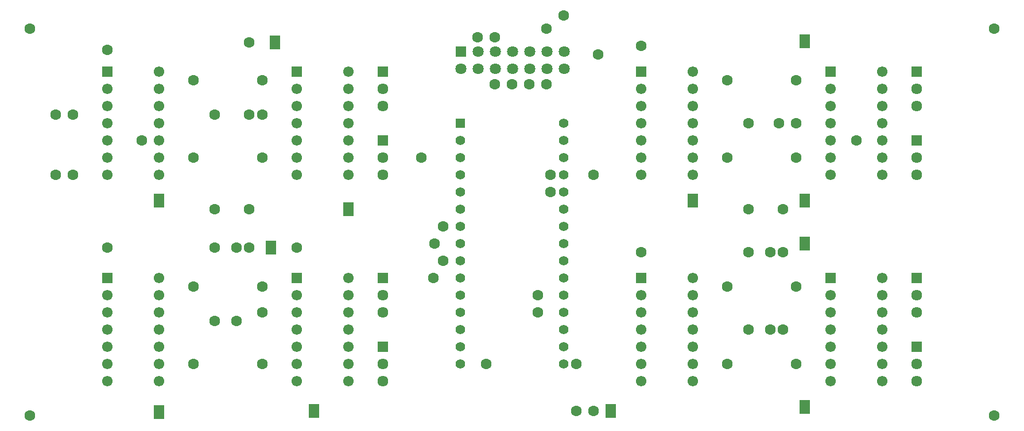
<source format=gts>
G04*
G04 #@! TF.GenerationSoftware,Altium Limited,Altium Designer,20.0.14 (345)*
G04*
G04 Layer_Color=8388736*
%FSLAX25Y25*%
%MOIN*%
G70*
G01*
G75*
%ADD14C,0.06109*%
%ADD15R,0.06109X0.06109*%
%ADD16R,0.06337X0.08274*%
%ADD17R,0.06337X0.06337*%
%ADD18C,0.06337*%
%ADD19C,0.06424*%
%ADD20R,0.06424X0.06424*%
%ADD21C,0.05567*%
%ADD22R,0.05567X0.05567*%
%ADD23C,0.06306*%
D14*
X400000Y184370D02*
D03*
Y194370D02*
D03*
Y204370D02*
D03*
Y214370D02*
D03*
Y224370D02*
D03*
Y234370D02*
D03*
Y244370D02*
D03*
X370000Y184370D02*
D03*
Y194370D02*
D03*
Y204370D02*
D03*
Y214370D02*
D03*
Y224370D02*
D03*
Y234370D02*
D03*
X400000Y64370D02*
D03*
Y74370D02*
D03*
Y84370D02*
D03*
Y94370D02*
D03*
Y104370D02*
D03*
Y114370D02*
D03*
Y124370D02*
D03*
X370000Y64370D02*
D03*
Y74370D02*
D03*
Y84370D02*
D03*
Y94370D02*
D03*
Y104370D02*
D03*
Y114370D02*
D03*
X510000Y64370D02*
D03*
Y74370D02*
D03*
Y84370D02*
D03*
Y94370D02*
D03*
Y104370D02*
D03*
Y114370D02*
D03*
Y124370D02*
D03*
X480000Y64370D02*
D03*
Y74370D02*
D03*
Y84370D02*
D03*
Y94370D02*
D03*
Y104370D02*
D03*
Y114370D02*
D03*
X90000Y64370D02*
D03*
Y74370D02*
D03*
Y84370D02*
D03*
Y94370D02*
D03*
Y104370D02*
D03*
Y114370D02*
D03*
Y124370D02*
D03*
X60000Y64370D02*
D03*
Y74370D02*
D03*
Y84370D02*
D03*
Y94370D02*
D03*
Y104370D02*
D03*
Y114370D02*
D03*
X200000Y64370D02*
D03*
Y74370D02*
D03*
Y84370D02*
D03*
Y94370D02*
D03*
Y104370D02*
D03*
Y114370D02*
D03*
Y124370D02*
D03*
X170000Y64370D02*
D03*
Y74370D02*
D03*
Y84370D02*
D03*
Y94370D02*
D03*
Y104370D02*
D03*
Y114370D02*
D03*
X510000Y184370D02*
D03*
Y194370D02*
D03*
Y204370D02*
D03*
Y214370D02*
D03*
Y224370D02*
D03*
Y234370D02*
D03*
Y244370D02*
D03*
X480000Y184370D02*
D03*
Y194370D02*
D03*
Y204370D02*
D03*
Y214370D02*
D03*
Y224370D02*
D03*
Y234370D02*
D03*
X170000D02*
D03*
Y224370D02*
D03*
Y214370D02*
D03*
Y204370D02*
D03*
Y194370D02*
D03*
Y184370D02*
D03*
X200000Y244370D02*
D03*
Y234370D02*
D03*
Y224370D02*
D03*
Y214370D02*
D03*
Y204370D02*
D03*
Y194370D02*
D03*
Y184370D02*
D03*
X60000Y234370D02*
D03*
Y224370D02*
D03*
Y214370D02*
D03*
Y204370D02*
D03*
Y194370D02*
D03*
Y184370D02*
D03*
X90000Y244370D02*
D03*
Y234370D02*
D03*
Y224370D02*
D03*
Y214370D02*
D03*
Y204370D02*
D03*
Y194370D02*
D03*
Y184370D02*
D03*
D15*
X370000Y244370D02*
D03*
Y124370D02*
D03*
X480000D02*
D03*
X60000D02*
D03*
X170000D02*
D03*
X480000Y244370D02*
D03*
X170000D02*
D03*
X60000D02*
D03*
D16*
X465000Y49370D02*
D03*
Y144370D02*
D03*
X352500Y46870D02*
D03*
X90000Y46240D02*
D03*
X155000Y141870D02*
D03*
X180000Y46870D02*
D03*
X400000Y169370D02*
D03*
X465000Y261870D02*
D03*
Y169370D02*
D03*
X90000D02*
D03*
X157500Y261240D02*
D03*
X200000Y164370D02*
D03*
D17*
X530000Y124370D02*
D03*
Y84370D02*
D03*
X220000D02*
D03*
Y124370D02*
D03*
X530000Y204370D02*
D03*
Y244370D02*
D03*
X220000D02*
D03*
Y204370D02*
D03*
D18*
X530000Y114370D02*
D03*
Y104370D02*
D03*
Y74370D02*
D03*
Y64370D02*
D03*
X220000Y74370D02*
D03*
Y64370D02*
D03*
Y114370D02*
D03*
Y104370D02*
D03*
X530000Y194370D02*
D03*
Y184370D02*
D03*
Y234370D02*
D03*
Y224370D02*
D03*
X220000Y234370D02*
D03*
Y224370D02*
D03*
Y194370D02*
D03*
Y184370D02*
D03*
D19*
X325276Y255906D02*
D03*
X315276D02*
D03*
X305276D02*
D03*
X275276D02*
D03*
X285276D02*
D03*
X295276D02*
D03*
X325276Y245905D02*
D03*
X315276D02*
D03*
X305276D02*
D03*
X265276D02*
D03*
X275276D02*
D03*
X285276D02*
D03*
X295276D02*
D03*
D20*
X265276Y255906D02*
D03*
D21*
X325000Y214370D02*
D03*
Y204370D02*
D03*
Y194370D02*
D03*
Y184370D02*
D03*
Y174370D02*
D03*
Y164370D02*
D03*
Y154370D02*
D03*
Y144370D02*
D03*
Y134370D02*
D03*
Y124370D02*
D03*
Y114370D02*
D03*
Y104370D02*
D03*
Y94370D02*
D03*
Y84370D02*
D03*
Y74370D02*
D03*
X265000D02*
D03*
Y84370D02*
D03*
Y94370D02*
D03*
Y104370D02*
D03*
Y114370D02*
D03*
Y124370D02*
D03*
Y134370D02*
D03*
Y144370D02*
D03*
Y154370D02*
D03*
Y164370D02*
D03*
Y174370D02*
D03*
Y184370D02*
D03*
Y194370D02*
D03*
Y204370D02*
D03*
D22*
Y214370D02*
D03*
D23*
X170000Y141870D02*
D03*
X285000Y264370D02*
D03*
X275000D02*
D03*
X342500Y46870D02*
D03*
X332500D02*
D03*
X575000Y44370D02*
D03*
Y269370D02*
D03*
X15000D02*
D03*
Y44370D02*
D03*
X142500Y164370D02*
D03*
X122500Y141870D02*
D03*
Y164370D02*
D03*
X142500Y219370D02*
D03*
X60000Y141870D02*
D03*
X325000Y276870D02*
D03*
X60000Y256870D02*
D03*
X122500Y219370D02*
D03*
X150000D02*
D03*
Y104370D02*
D03*
X122500Y99370D02*
D03*
X142500Y141870D02*
D03*
X135000D02*
D03*
X452500Y164370D02*
D03*
X432500D02*
D03*
X370000Y259370D02*
D03*
Y139370D02*
D03*
X432500Y94370D02*
D03*
X452500D02*
D03*
X445000Y139370D02*
D03*
X450000Y214370D02*
D03*
X445000Y94370D02*
D03*
X460000Y214370D02*
D03*
X432500D02*
D03*
X495000Y204370D02*
D03*
X432500Y139370D02*
D03*
X452500D02*
D03*
X280000Y74370D02*
D03*
X135000Y99370D02*
D03*
X460000Y194370D02*
D03*
X420000D02*
D03*
X142500Y261240D02*
D03*
X30000Y219370D02*
D03*
Y184370D02*
D03*
X40000Y219370D02*
D03*
Y184370D02*
D03*
X332500Y74370D02*
D03*
X310000Y104370D02*
D03*
Y114370D02*
D03*
X317500Y174370D02*
D03*
X285000Y236870D02*
D03*
X295000D02*
D03*
X305000D02*
D03*
X315000D02*
D03*
X242500Y194370D02*
D03*
X342500Y184370D02*
D03*
X249486Y124285D02*
D03*
X255000Y134370D02*
D03*
X250000Y144370D02*
D03*
X255000Y154370D02*
D03*
X345000Y254370D02*
D03*
X420000Y119370D02*
D03*
X317500Y184370D02*
D03*
X80000Y204370D02*
D03*
X110000Y74370D02*
D03*
Y119370D02*
D03*
Y194370D02*
D03*
Y239370D02*
D03*
X420000Y74370D02*
D03*
Y239370D02*
D03*
X315000Y269370D02*
D03*
X460000Y74370D02*
D03*
Y119370D02*
D03*
X150000Y74370D02*
D03*
Y119370D02*
D03*
X460000Y239370D02*
D03*
X150000D02*
D03*
Y194370D02*
D03*
M02*

</source>
